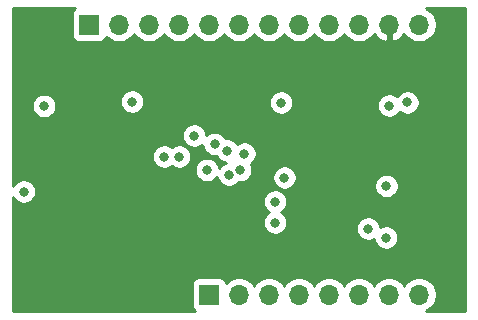
<source format=gbr>
%TF.GenerationSoftware,KiCad,Pcbnew,(5.1.10-1-10_14)*%
%TF.CreationDate,2021-12-17T20:44:53-05:00*%
%TF.ProjectId,Control_and_Output,436f6e74-726f-46c5-9f61-6e645f4f7574,rev?*%
%TF.SameCoordinates,Original*%
%TF.FileFunction,Copper,L3,Inr*%
%TF.FilePolarity,Positive*%
%FSLAX46Y46*%
G04 Gerber Fmt 4.6, Leading zero omitted, Abs format (unit mm)*
G04 Created by KiCad (PCBNEW (5.1.10-1-10_14)) date 2021-12-17 20:44:53*
%MOMM*%
%LPD*%
G01*
G04 APERTURE LIST*
%TA.AperFunction,ComponentPad*%
%ADD10R,1.700000X1.700000*%
%TD*%
%TA.AperFunction,ComponentPad*%
%ADD11O,1.700000X1.700000*%
%TD*%
%TA.AperFunction,ViaPad*%
%ADD12C,0.800000*%
%TD*%
%TA.AperFunction,Conductor*%
%ADD13C,0.254000*%
%TD*%
%TA.AperFunction,Conductor*%
%ADD14C,0.100000*%
%TD*%
G04 APERTURE END LIST*
D10*
%TO.N,~MUX_ROTATE_OUT*%
%TO.C,J4*%
X50800000Y-68072000D03*
D11*
%TO.N,~MUX_SHIFT_OUT*%
X53340000Y-68072000D03*
%TO.N,~MUX_XOR*%
X55880000Y-68072000D03*
%TO.N,~MUX_OR*%
X58420000Y-68072000D03*
%TO.N,~MUX_AND*%
X60960000Y-68072000D03*
%TO.N,EEPROM_0*%
X63500000Y-68072000D03*
%TO.N,EEPROM_1*%
X66040000Y-68072000D03*
%TO.N,EEPROM_2*%
X68580000Y-68072000D03*
%TO.N,EEPROM_6*%
X71120000Y-68072000D03*
%TO.N,EEPROM_7*%
X73660000Y-68072000D03*
%TO.N,GND*%
X76200000Y-68072000D03*
%TO.N,VCC*%
X78740000Y-68072000D03*
%TD*%
%TO.N,Q7*%
%TO.C,J3*%
X78740000Y-90932000D03*
%TO.N,Q6*%
X76200000Y-90932000D03*
%TO.N,Q5*%
X73660000Y-90932000D03*
%TO.N,Q4*%
X71120000Y-90932000D03*
%TO.N,Q3*%
X68580000Y-90932000D03*
%TO.N,Q2*%
X66040000Y-90932000D03*
%TO.N,Q1*%
X63500000Y-90932000D03*
D10*
%TO.N,Q0*%
X60960000Y-90932000D03*
%TD*%
D12*
%TO.N,Q7*%
X75946000Y-86106000D03*
%TO.N,Q6*%
X74422000Y-85344000D03*
%TO.N,Q5*%
X61426548Y-78158461D03*
%TO.N,Q4*%
X62484000Y-78740000D03*
%TO.N,Q3*%
X63945277Y-78996986D03*
%TO.N,Q2*%
X63573046Y-80396997D03*
%TO.N,Q1*%
X62646010Y-80772000D03*
%TO.N,Q0*%
X60775573Y-80366761D03*
%TO.N,VCC*%
X47001000Y-74941000D03*
X45273990Y-82203585D03*
X54438000Y-74594000D03*
X59690000Y-77470000D03*
X67056000Y-74676000D03*
X76200000Y-74930000D03*
X75965021Y-81732087D03*
X67332023Y-81026000D03*
%TO.N,GND*%
X45974000Y-81026000D03*
X59690000Y-81026000D03*
X81752000Y-79974000D03*
X73467990Y-81669559D03*
X52619768Y-81010268D03*
X65260023Y-80710010D03*
%TO.N,EEPROM_6*%
X57150000Y-79248000D03*
%TO.N,Net-(U1-Pad6)*%
X66548000Y-83058008D03*
X66548004Y-84836000D03*
%TO.N,Net-(U11-Pad19)*%
X77752000Y-74648000D03*
X58420000Y-79248000D03*
%TD*%
D13*
%TO.N,GND*%
X49498815Y-66770815D02*
X49419463Y-66867506D01*
X49360498Y-66977820D01*
X49324188Y-67097518D01*
X49311928Y-67222000D01*
X49311928Y-68922000D01*
X49324188Y-69046482D01*
X49360498Y-69166180D01*
X49419463Y-69276494D01*
X49498815Y-69373185D01*
X49595506Y-69452537D01*
X49705820Y-69511502D01*
X49825518Y-69547812D01*
X49950000Y-69560072D01*
X51650000Y-69560072D01*
X51774482Y-69547812D01*
X51894180Y-69511502D01*
X52004494Y-69452537D01*
X52101185Y-69373185D01*
X52180537Y-69276494D01*
X52239502Y-69166180D01*
X52261513Y-69093620D01*
X52393368Y-69225475D01*
X52636589Y-69387990D01*
X52906842Y-69499932D01*
X53193740Y-69557000D01*
X53486260Y-69557000D01*
X53773158Y-69499932D01*
X54043411Y-69387990D01*
X54286632Y-69225475D01*
X54493475Y-69018632D01*
X54610000Y-68844240D01*
X54726525Y-69018632D01*
X54933368Y-69225475D01*
X55176589Y-69387990D01*
X55446842Y-69499932D01*
X55733740Y-69557000D01*
X56026260Y-69557000D01*
X56313158Y-69499932D01*
X56583411Y-69387990D01*
X56826632Y-69225475D01*
X57033475Y-69018632D01*
X57150000Y-68844240D01*
X57266525Y-69018632D01*
X57473368Y-69225475D01*
X57716589Y-69387990D01*
X57986842Y-69499932D01*
X58273740Y-69557000D01*
X58566260Y-69557000D01*
X58853158Y-69499932D01*
X59123411Y-69387990D01*
X59366632Y-69225475D01*
X59573475Y-69018632D01*
X59690000Y-68844240D01*
X59806525Y-69018632D01*
X60013368Y-69225475D01*
X60256589Y-69387990D01*
X60526842Y-69499932D01*
X60813740Y-69557000D01*
X61106260Y-69557000D01*
X61393158Y-69499932D01*
X61663411Y-69387990D01*
X61906632Y-69225475D01*
X62113475Y-69018632D01*
X62230000Y-68844240D01*
X62346525Y-69018632D01*
X62553368Y-69225475D01*
X62796589Y-69387990D01*
X63066842Y-69499932D01*
X63353740Y-69557000D01*
X63646260Y-69557000D01*
X63933158Y-69499932D01*
X64203411Y-69387990D01*
X64446632Y-69225475D01*
X64653475Y-69018632D01*
X64770000Y-68844240D01*
X64886525Y-69018632D01*
X65093368Y-69225475D01*
X65336589Y-69387990D01*
X65606842Y-69499932D01*
X65893740Y-69557000D01*
X66186260Y-69557000D01*
X66473158Y-69499932D01*
X66743411Y-69387990D01*
X66986632Y-69225475D01*
X67193475Y-69018632D01*
X67310000Y-68844240D01*
X67426525Y-69018632D01*
X67633368Y-69225475D01*
X67876589Y-69387990D01*
X68146842Y-69499932D01*
X68433740Y-69557000D01*
X68726260Y-69557000D01*
X69013158Y-69499932D01*
X69283411Y-69387990D01*
X69526632Y-69225475D01*
X69733475Y-69018632D01*
X69850000Y-68844240D01*
X69966525Y-69018632D01*
X70173368Y-69225475D01*
X70416589Y-69387990D01*
X70686842Y-69499932D01*
X70973740Y-69557000D01*
X71266260Y-69557000D01*
X71553158Y-69499932D01*
X71823411Y-69387990D01*
X72066632Y-69225475D01*
X72273475Y-69018632D01*
X72390000Y-68844240D01*
X72506525Y-69018632D01*
X72713368Y-69225475D01*
X72956589Y-69387990D01*
X73226842Y-69499932D01*
X73513740Y-69557000D01*
X73806260Y-69557000D01*
X74093158Y-69499932D01*
X74363411Y-69387990D01*
X74606632Y-69225475D01*
X74813475Y-69018632D01*
X74935195Y-68836466D01*
X75004822Y-68953355D01*
X75199731Y-69169588D01*
X75433080Y-69343641D01*
X75695901Y-69468825D01*
X75843110Y-69513476D01*
X76073000Y-69392155D01*
X76073000Y-68199000D01*
X76053000Y-68199000D01*
X76053000Y-67945000D01*
X76073000Y-67945000D01*
X76073000Y-67925000D01*
X76327000Y-67925000D01*
X76327000Y-67945000D01*
X76347000Y-67945000D01*
X76347000Y-68199000D01*
X76327000Y-68199000D01*
X76327000Y-69392155D01*
X76556890Y-69513476D01*
X76704099Y-69468825D01*
X76966920Y-69343641D01*
X77200269Y-69169588D01*
X77395178Y-68953355D01*
X77464805Y-68836466D01*
X77586525Y-69018632D01*
X77793368Y-69225475D01*
X78036589Y-69387990D01*
X78306842Y-69499932D01*
X78593740Y-69557000D01*
X78886260Y-69557000D01*
X79173158Y-69499932D01*
X79443411Y-69387990D01*
X79686632Y-69225475D01*
X79893475Y-69018632D01*
X80055990Y-68775411D01*
X80167932Y-68505158D01*
X80225000Y-68218260D01*
X80225000Y-67925740D01*
X80167932Y-67638842D01*
X80055990Y-67368589D01*
X79893475Y-67125368D01*
X79686632Y-66918525D01*
X79443411Y-66756010D01*
X79308190Y-66700000D01*
X82652000Y-66700000D01*
X82652001Y-92304000D01*
X79308190Y-92304000D01*
X79443411Y-92247990D01*
X79686632Y-92085475D01*
X79893475Y-91878632D01*
X80055990Y-91635411D01*
X80167932Y-91365158D01*
X80225000Y-91078260D01*
X80225000Y-90785740D01*
X80167932Y-90498842D01*
X80055990Y-90228589D01*
X79893475Y-89985368D01*
X79686632Y-89778525D01*
X79443411Y-89616010D01*
X79173158Y-89504068D01*
X78886260Y-89447000D01*
X78593740Y-89447000D01*
X78306842Y-89504068D01*
X78036589Y-89616010D01*
X77793368Y-89778525D01*
X77586525Y-89985368D01*
X77470000Y-90159760D01*
X77353475Y-89985368D01*
X77146632Y-89778525D01*
X76903411Y-89616010D01*
X76633158Y-89504068D01*
X76346260Y-89447000D01*
X76053740Y-89447000D01*
X75766842Y-89504068D01*
X75496589Y-89616010D01*
X75253368Y-89778525D01*
X75046525Y-89985368D01*
X74930000Y-90159760D01*
X74813475Y-89985368D01*
X74606632Y-89778525D01*
X74363411Y-89616010D01*
X74093158Y-89504068D01*
X73806260Y-89447000D01*
X73513740Y-89447000D01*
X73226842Y-89504068D01*
X72956589Y-89616010D01*
X72713368Y-89778525D01*
X72506525Y-89985368D01*
X72390000Y-90159760D01*
X72273475Y-89985368D01*
X72066632Y-89778525D01*
X71823411Y-89616010D01*
X71553158Y-89504068D01*
X71266260Y-89447000D01*
X70973740Y-89447000D01*
X70686842Y-89504068D01*
X70416589Y-89616010D01*
X70173368Y-89778525D01*
X69966525Y-89985368D01*
X69850000Y-90159760D01*
X69733475Y-89985368D01*
X69526632Y-89778525D01*
X69283411Y-89616010D01*
X69013158Y-89504068D01*
X68726260Y-89447000D01*
X68433740Y-89447000D01*
X68146842Y-89504068D01*
X67876589Y-89616010D01*
X67633368Y-89778525D01*
X67426525Y-89985368D01*
X67310000Y-90159760D01*
X67193475Y-89985368D01*
X66986632Y-89778525D01*
X66743411Y-89616010D01*
X66473158Y-89504068D01*
X66186260Y-89447000D01*
X65893740Y-89447000D01*
X65606842Y-89504068D01*
X65336589Y-89616010D01*
X65093368Y-89778525D01*
X64886525Y-89985368D01*
X64770000Y-90159760D01*
X64653475Y-89985368D01*
X64446632Y-89778525D01*
X64203411Y-89616010D01*
X63933158Y-89504068D01*
X63646260Y-89447000D01*
X63353740Y-89447000D01*
X63066842Y-89504068D01*
X62796589Y-89616010D01*
X62553368Y-89778525D01*
X62421513Y-89910380D01*
X62399502Y-89837820D01*
X62340537Y-89727506D01*
X62261185Y-89630815D01*
X62164494Y-89551463D01*
X62054180Y-89492498D01*
X61934482Y-89456188D01*
X61810000Y-89443928D01*
X60110000Y-89443928D01*
X59985518Y-89456188D01*
X59865820Y-89492498D01*
X59755506Y-89551463D01*
X59658815Y-89630815D01*
X59579463Y-89727506D01*
X59520498Y-89837820D01*
X59484188Y-89957518D01*
X59471928Y-90082000D01*
X59471928Y-91782000D01*
X59484188Y-91906482D01*
X59520498Y-92026180D01*
X59579463Y-92136494D01*
X59658815Y-92233185D01*
X59745104Y-92304000D01*
X44348000Y-92304000D01*
X44348000Y-82672632D01*
X44356785Y-82693841D01*
X44470053Y-82863359D01*
X44614216Y-83007522D01*
X44783734Y-83120790D01*
X44972092Y-83198811D01*
X45172051Y-83238585D01*
X45375929Y-83238585D01*
X45575888Y-83198811D01*
X45764246Y-83120790D01*
X45933764Y-83007522D01*
X45985217Y-82956069D01*
X65513000Y-82956069D01*
X65513000Y-83159947D01*
X65552774Y-83359906D01*
X65630795Y-83548264D01*
X65744063Y-83717782D01*
X65888226Y-83861945D01*
X66015528Y-83947005D01*
X65888230Y-84032063D01*
X65744067Y-84176226D01*
X65630799Y-84345744D01*
X65552778Y-84534102D01*
X65513004Y-84734061D01*
X65513004Y-84937939D01*
X65552778Y-85137898D01*
X65630799Y-85326256D01*
X65744067Y-85495774D01*
X65888230Y-85639937D01*
X66057748Y-85753205D01*
X66246106Y-85831226D01*
X66446065Y-85871000D01*
X66649943Y-85871000D01*
X66849902Y-85831226D01*
X67038260Y-85753205D01*
X67207778Y-85639937D01*
X67351941Y-85495774D01*
X67465209Y-85326256D01*
X67500083Y-85242061D01*
X73387000Y-85242061D01*
X73387000Y-85445939D01*
X73426774Y-85645898D01*
X73504795Y-85834256D01*
X73618063Y-86003774D01*
X73762226Y-86147937D01*
X73931744Y-86261205D01*
X74120102Y-86339226D01*
X74320061Y-86379000D01*
X74523939Y-86379000D01*
X74723898Y-86339226D01*
X74912256Y-86261205D01*
X74920500Y-86255697D01*
X74950774Y-86407898D01*
X75028795Y-86596256D01*
X75142063Y-86765774D01*
X75286226Y-86909937D01*
X75455744Y-87023205D01*
X75644102Y-87101226D01*
X75844061Y-87141000D01*
X76047939Y-87141000D01*
X76247898Y-87101226D01*
X76436256Y-87023205D01*
X76605774Y-86909937D01*
X76749937Y-86765774D01*
X76863205Y-86596256D01*
X76941226Y-86407898D01*
X76981000Y-86207939D01*
X76981000Y-86004061D01*
X76941226Y-85804102D01*
X76863205Y-85615744D01*
X76749937Y-85446226D01*
X76605774Y-85302063D01*
X76436256Y-85188795D01*
X76247898Y-85110774D01*
X76047939Y-85071000D01*
X75844061Y-85071000D01*
X75644102Y-85110774D01*
X75455744Y-85188795D01*
X75447500Y-85194303D01*
X75417226Y-85042102D01*
X75339205Y-84853744D01*
X75225937Y-84684226D01*
X75081774Y-84540063D01*
X74912256Y-84426795D01*
X74723898Y-84348774D01*
X74523939Y-84309000D01*
X74320061Y-84309000D01*
X74120102Y-84348774D01*
X73931744Y-84426795D01*
X73762226Y-84540063D01*
X73618063Y-84684226D01*
X73504795Y-84853744D01*
X73426774Y-85042102D01*
X73387000Y-85242061D01*
X67500083Y-85242061D01*
X67543230Y-85137898D01*
X67583004Y-84937939D01*
X67583004Y-84734061D01*
X67543230Y-84534102D01*
X67465209Y-84345744D01*
X67351941Y-84176226D01*
X67207778Y-84032063D01*
X67080476Y-83947003D01*
X67207774Y-83861945D01*
X67351937Y-83717782D01*
X67465205Y-83548264D01*
X67543226Y-83359906D01*
X67583000Y-83159947D01*
X67583000Y-82956069D01*
X67543226Y-82756110D01*
X67465205Y-82567752D01*
X67351937Y-82398234D01*
X67207774Y-82254071D01*
X67038256Y-82140803D01*
X66849898Y-82062782D01*
X66649939Y-82023008D01*
X66446061Y-82023008D01*
X66246102Y-82062782D01*
X66057744Y-82140803D01*
X65888226Y-82254071D01*
X65744063Y-82398234D01*
X65630795Y-82567752D01*
X65552774Y-82756110D01*
X65513000Y-82956069D01*
X45985217Y-82956069D01*
X46077927Y-82863359D01*
X46191195Y-82693841D01*
X46269216Y-82505483D01*
X46308990Y-82305524D01*
X46308990Y-82101646D01*
X46269216Y-81901687D01*
X46191195Y-81713329D01*
X46077927Y-81543811D01*
X45933764Y-81399648D01*
X45764246Y-81286380D01*
X45575888Y-81208359D01*
X45375929Y-81168585D01*
X45172051Y-81168585D01*
X44972092Y-81208359D01*
X44783734Y-81286380D01*
X44614216Y-81399648D01*
X44470053Y-81543811D01*
X44356785Y-81713329D01*
X44348000Y-81734538D01*
X44348000Y-79146061D01*
X56115000Y-79146061D01*
X56115000Y-79349939D01*
X56154774Y-79549898D01*
X56232795Y-79738256D01*
X56346063Y-79907774D01*
X56490226Y-80051937D01*
X56659744Y-80165205D01*
X56848102Y-80243226D01*
X57048061Y-80283000D01*
X57251939Y-80283000D01*
X57451898Y-80243226D01*
X57640256Y-80165205D01*
X57785000Y-80068490D01*
X57929744Y-80165205D01*
X58118102Y-80243226D01*
X58318061Y-80283000D01*
X58521939Y-80283000D01*
X58721898Y-80243226D01*
X58910256Y-80165205D01*
X59079774Y-80051937D01*
X59223937Y-79907774D01*
X59337205Y-79738256D01*
X59415226Y-79549898D01*
X59455000Y-79349939D01*
X59455000Y-79146061D01*
X59415226Y-78946102D01*
X59337205Y-78757744D01*
X59223937Y-78588226D01*
X59079774Y-78444063D01*
X58910256Y-78330795D01*
X58721898Y-78252774D01*
X58521939Y-78213000D01*
X58318061Y-78213000D01*
X58118102Y-78252774D01*
X57929744Y-78330795D01*
X57785000Y-78427510D01*
X57640256Y-78330795D01*
X57451898Y-78252774D01*
X57251939Y-78213000D01*
X57048061Y-78213000D01*
X56848102Y-78252774D01*
X56659744Y-78330795D01*
X56490226Y-78444063D01*
X56346063Y-78588226D01*
X56232795Y-78757744D01*
X56154774Y-78946102D01*
X56115000Y-79146061D01*
X44348000Y-79146061D01*
X44348000Y-77368061D01*
X58655000Y-77368061D01*
X58655000Y-77571939D01*
X58694774Y-77771898D01*
X58772795Y-77960256D01*
X58886063Y-78129774D01*
X59030226Y-78273937D01*
X59199744Y-78387205D01*
X59388102Y-78465226D01*
X59588061Y-78505000D01*
X59791939Y-78505000D01*
X59991898Y-78465226D01*
X60180256Y-78387205D01*
X60349774Y-78273937D01*
X60391548Y-78232163D01*
X60391548Y-78260400D01*
X60431322Y-78460359D01*
X60509343Y-78648717D01*
X60622611Y-78818235D01*
X60766774Y-78962398D01*
X60936292Y-79075666D01*
X61124650Y-79153687D01*
X61324609Y-79193461D01*
X61528487Y-79193461D01*
X61549798Y-79189222D01*
X61566795Y-79230256D01*
X61680063Y-79399774D01*
X61824226Y-79543937D01*
X61993744Y-79657205D01*
X62182102Y-79735226D01*
X62367546Y-79772113D01*
X62344112Y-79776774D01*
X62155754Y-79854795D01*
X61986236Y-79968063D01*
X61842073Y-80112226D01*
X61794409Y-80183560D01*
X61770799Y-80064863D01*
X61692778Y-79876505D01*
X61579510Y-79706987D01*
X61435347Y-79562824D01*
X61265829Y-79449556D01*
X61077471Y-79371535D01*
X60877512Y-79331761D01*
X60673634Y-79331761D01*
X60473675Y-79371535D01*
X60285317Y-79449556D01*
X60115799Y-79562824D01*
X59971636Y-79706987D01*
X59858368Y-79876505D01*
X59780347Y-80064863D01*
X59740573Y-80264822D01*
X59740573Y-80468700D01*
X59780347Y-80668659D01*
X59858368Y-80857017D01*
X59971636Y-81026535D01*
X60115799Y-81170698D01*
X60285317Y-81283966D01*
X60473675Y-81361987D01*
X60673634Y-81401761D01*
X60877512Y-81401761D01*
X61077471Y-81361987D01*
X61265829Y-81283966D01*
X61435347Y-81170698D01*
X61579510Y-81026535D01*
X61627174Y-80955201D01*
X61650784Y-81073898D01*
X61728805Y-81262256D01*
X61842073Y-81431774D01*
X61986236Y-81575937D01*
X62155754Y-81689205D01*
X62344112Y-81767226D01*
X62544071Y-81807000D01*
X62747949Y-81807000D01*
X62947908Y-81767226D01*
X63136266Y-81689205D01*
X63305784Y-81575937D01*
X63449947Y-81431774D01*
X63452298Y-81428256D01*
X63471107Y-81431997D01*
X63674985Y-81431997D01*
X63874944Y-81392223D01*
X64063302Y-81314202D01*
X64232820Y-81200934D01*
X64376983Y-81056771D01*
X64465656Y-80924061D01*
X66297023Y-80924061D01*
X66297023Y-81127939D01*
X66336797Y-81327898D01*
X66414818Y-81516256D01*
X66528086Y-81685774D01*
X66672249Y-81829937D01*
X66841767Y-81943205D01*
X67030125Y-82021226D01*
X67230084Y-82061000D01*
X67433962Y-82061000D01*
X67633921Y-82021226D01*
X67822279Y-81943205D01*
X67991797Y-81829937D01*
X68135960Y-81685774D01*
X68173128Y-81630148D01*
X74930021Y-81630148D01*
X74930021Y-81834026D01*
X74969795Y-82033985D01*
X75047816Y-82222343D01*
X75161084Y-82391861D01*
X75305247Y-82536024D01*
X75474765Y-82649292D01*
X75663123Y-82727313D01*
X75863082Y-82767087D01*
X76066960Y-82767087D01*
X76266919Y-82727313D01*
X76455277Y-82649292D01*
X76624795Y-82536024D01*
X76768958Y-82391861D01*
X76882226Y-82222343D01*
X76960247Y-82033985D01*
X77000021Y-81834026D01*
X77000021Y-81630148D01*
X76960247Y-81430189D01*
X76882226Y-81241831D01*
X76768958Y-81072313D01*
X76624795Y-80928150D01*
X76455277Y-80814882D01*
X76266919Y-80736861D01*
X76066960Y-80697087D01*
X75863082Y-80697087D01*
X75663123Y-80736861D01*
X75474765Y-80814882D01*
X75305247Y-80928150D01*
X75161084Y-81072313D01*
X75047816Y-81241831D01*
X74969795Y-81430189D01*
X74930021Y-81630148D01*
X68173128Y-81630148D01*
X68249228Y-81516256D01*
X68327249Y-81327898D01*
X68367023Y-81127939D01*
X68367023Y-80924061D01*
X68327249Y-80724102D01*
X68249228Y-80535744D01*
X68135960Y-80366226D01*
X67991797Y-80222063D01*
X67822279Y-80108795D01*
X67633921Y-80030774D01*
X67433962Y-79991000D01*
X67230084Y-79991000D01*
X67030125Y-80030774D01*
X66841767Y-80108795D01*
X66672249Y-80222063D01*
X66528086Y-80366226D01*
X66414818Y-80535744D01*
X66336797Y-80724102D01*
X66297023Y-80924061D01*
X64465656Y-80924061D01*
X64490251Y-80887253D01*
X64568272Y-80698895D01*
X64608046Y-80498936D01*
X64608046Y-80295058D01*
X64568272Y-80095099D01*
X64490251Y-79906741D01*
X64476803Y-79886615D01*
X64605051Y-79800923D01*
X64749214Y-79656760D01*
X64862482Y-79487242D01*
X64940503Y-79298884D01*
X64980277Y-79098925D01*
X64980277Y-78895047D01*
X64940503Y-78695088D01*
X64862482Y-78506730D01*
X64749214Y-78337212D01*
X64605051Y-78193049D01*
X64435533Y-78079781D01*
X64247175Y-78001760D01*
X64047216Y-77961986D01*
X63843338Y-77961986D01*
X63643379Y-78001760D01*
X63455021Y-78079781D01*
X63339303Y-78157101D01*
X63287937Y-78080226D01*
X63143774Y-77936063D01*
X62974256Y-77822795D01*
X62785898Y-77744774D01*
X62585939Y-77705000D01*
X62382061Y-77705000D01*
X62360750Y-77709239D01*
X62343753Y-77668205D01*
X62230485Y-77498687D01*
X62086322Y-77354524D01*
X61916804Y-77241256D01*
X61728446Y-77163235D01*
X61528487Y-77123461D01*
X61324609Y-77123461D01*
X61124650Y-77163235D01*
X60936292Y-77241256D01*
X60766774Y-77354524D01*
X60725000Y-77396298D01*
X60725000Y-77368061D01*
X60685226Y-77168102D01*
X60607205Y-76979744D01*
X60493937Y-76810226D01*
X60349774Y-76666063D01*
X60180256Y-76552795D01*
X59991898Y-76474774D01*
X59791939Y-76435000D01*
X59588061Y-76435000D01*
X59388102Y-76474774D01*
X59199744Y-76552795D01*
X59030226Y-76666063D01*
X58886063Y-76810226D01*
X58772795Y-76979744D01*
X58694774Y-77168102D01*
X58655000Y-77368061D01*
X44348000Y-77368061D01*
X44348000Y-74839061D01*
X45966000Y-74839061D01*
X45966000Y-75042939D01*
X46005774Y-75242898D01*
X46083795Y-75431256D01*
X46197063Y-75600774D01*
X46341226Y-75744937D01*
X46510744Y-75858205D01*
X46699102Y-75936226D01*
X46899061Y-75976000D01*
X47102939Y-75976000D01*
X47302898Y-75936226D01*
X47491256Y-75858205D01*
X47660774Y-75744937D01*
X47804937Y-75600774D01*
X47918205Y-75431256D01*
X47996226Y-75242898D01*
X48036000Y-75042939D01*
X48036000Y-74839061D01*
X47996226Y-74639102D01*
X47935320Y-74492061D01*
X53403000Y-74492061D01*
X53403000Y-74695939D01*
X53442774Y-74895898D01*
X53520795Y-75084256D01*
X53634063Y-75253774D01*
X53778226Y-75397937D01*
X53947744Y-75511205D01*
X54136102Y-75589226D01*
X54336061Y-75629000D01*
X54539939Y-75629000D01*
X54739898Y-75589226D01*
X54928256Y-75511205D01*
X55097774Y-75397937D01*
X55241937Y-75253774D01*
X55355205Y-75084256D01*
X55433226Y-74895898D01*
X55473000Y-74695939D01*
X55473000Y-74574061D01*
X66021000Y-74574061D01*
X66021000Y-74777939D01*
X66060774Y-74977898D01*
X66138795Y-75166256D01*
X66252063Y-75335774D01*
X66396226Y-75479937D01*
X66565744Y-75593205D01*
X66754102Y-75671226D01*
X66954061Y-75711000D01*
X67157939Y-75711000D01*
X67357898Y-75671226D01*
X67546256Y-75593205D01*
X67715774Y-75479937D01*
X67859937Y-75335774D01*
X67973205Y-75166256D01*
X68051226Y-74977898D01*
X68081030Y-74828061D01*
X75165000Y-74828061D01*
X75165000Y-75031939D01*
X75204774Y-75231898D01*
X75282795Y-75420256D01*
X75396063Y-75589774D01*
X75540226Y-75733937D01*
X75709744Y-75847205D01*
X75898102Y-75925226D01*
X76098061Y-75965000D01*
X76301939Y-75965000D01*
X76501898Y-75925226D01*
X76690256Y-75847205D01*
X76859774Y-75733937D01*
X77003937Y-75589774D01*
X77094860Y-75453697D01*
X77261744Y-75565205D01*
X77450102Y-75643226D01*
X77650061Y-75683000D01*
X77853939Y-75683000D01*
X78053898Y-75643226D01*
X78242256Y-75565205D01*
X78411774Y-75451937D01*
X78555937Y-75307774D01*
X78669205Y-75138256D01*
X78747226Y-74949898D01*
X78787000Y-74749939D01*
X78787000Y-74546061D01*
X78747226Y-74346102D01*
X78669205Y-74157744D01*
X78555937Y-73988226D01*
X78411774Y-73844063D01*
X78242256Y-73730795D01*
X78053898Y-73652774D01*
X77853939Y-73613000D01*
X77650061Y-73613000D01*
X77450102Y-73652774D01*
X77261744Y-73730795D01*
X77092226Y-73844063D01*
X76948063Y-73988226D01*
X76857140Y-74124303D01*
X76690256Y-74012795D01*
X76501898Y-73934774D01*
X76301939Y-73895000D01*
X76098061Y-73895000D01*
X75898102Y-73934774D01*
X75709744Y-74012795D01*
X75540226Y-74126063D01*
X75396063Y-74270226D01*
X75282795Y-74439744D01*
X75204774Y-74628102D01*
X75165000Y-74828061D01*
X68081030Y-74828061D01*
X68091000Y-74777939D01*
X68091000Y-74574061D01*
X68051226Y-74374102D01*
X67973205Y-74185744D01*
X67859937Y-74016226D01*
X67715774Y-73872063D01*
X67546256Y-73758795D01*
X67357898Y-73680774D01*
X67157939Y-73641000D01*
X66954061Y-73641000D01*
X66754102Y-73680774D01*
X66565744Y-73758795D01*
X66396226Y-73872063D01*
X66252063Y-74016226D01*
X66138795Y-74185744D01*
X66060774Y-74374102D01*
X66021000Y-74574061D01*
X55473000Y-74574061D01*
X55473000Y-74492061D01*
X55433226Y-74292102D01*
X55355205Y-74103744D01*
X55241937Y-73934226D01*
X55097774Y-73790063D01*
X54928256Y-73676795D01*
X54739898Y-73598774D01*
X54539939Y-73559000D01*
X54336061Y-73559000D01*
X54136102Y-73598774D01*
X53947744Y-73676795D01*
X53778226Y-73790063D01*
X53634063Y-73934226D01*
X53520795Y-74103744D01*
X53442774Y-74292102D01*
X53403000Y-74492061D01*
X47935320Y-74492061D01*
X47918205Y-74450744D01*
X47804937Y-74281226D01*
X47660774Y-74137063D01*
X47491256Y-74023795D01*
X47302898Y-73945774D01*
X47102939Y-73906000D01*
X46899061Y-73906000D01*
X46699102Y-73945774D01*
X46510744Y-74023795D01*
X46341226Y-74137063D01*
X46197063Y-74281226D01*
X46083795Y-74450744D01*
X46005774Y-74639102D01*
X45966000Y-74839061D01*
X44348000Y-74839061D01*
X44348000Y-66700000D01*
X49585104Y-66700000D01*
X49498815Y-66770815D01*
%TA.AperFunction,Conductor*%
D14*
G36*
X49498815Y-66770815D02*
G01*
X49419463Y-66867506D01*
X49360498Y-66977820D01*
X49324188Y-67097518D01*
X49311928Y-67222000D01*
X49311928Y-68922000D01*
X49324188Y-69046482D01*
X49360498Y-69166180D01*
X49419463Y-69276494D01*
X49498815Y-69373185D01*
X49595506Y-69452537D01*
X49705820Y-69511502D01*
X49825518Y-69547812D01*
X49950000Y-69560072D01*
X51650000Y-69560072D01*
X51774482Y-69547812D01*
X51894180Y-69511502D01*
X52004494Y-69452537D01*
X52101185Y-69373185D01*
X52180537Y-69276494D01*
X52239502Y-69166180D01*
X52261513Y-69093620D01*
X52393368Y-69225475D01*
X52636589Y-69387990D01*
X52906842Y-69499932D01*
X53193740Y-69557000D01*
X53486260Y-69557000D01*
X53773158Y-69499932D01*
X54043411Y-69387990D01*
X54286632Y-69225475D01*
X54493475Y-69018632D01*
X54610000Y-68844240D01*
X54726525Y-69018632D01*
X54933368Y-69225475D01*
X55176589Y-69387990D01*
X55446842Y-69499932D01*
X55733740Y-69557000D01*
X56026260Y-69557000D01*
X56313158Y-69499932D01*
X56583411Y-69387990D01*
X56826632Y-69225475D01*
X57033475Y-69018632D01*
X57150000Y-68844240D01*
X57266525Y-69018632D01*
X57473368Y-69225475D01*
X57716589Y-69387990D01*
X57986842Y-69499932D01*
X58273740Y-69557000D01*
X58566260Y-69557000D01*
X58853158Y-69499932D01*
X59123411Y-69387990D01*
X59366632Y-69225475D01*
X59573475Y-69018632D01*
X59690000Y-68844240D01*
X59806525Y-69018632D01*
X60013368Y-69225475D01*
X60256589Y-69387990D01*
X60526842Y-69499932D01*
X60813740Y-69557000D01*
X61106260Y-69557000D01*
X61393158Y-69499932D01*
X61663411Y-69387990D01*
X61906632Y-69225475D01*
X62113475Y-69018632D01*
X62230000Y-68844240D01*
X62346525Y-69018632D01*
X62553368Y-69225475D01*
X62796589Y-69387990D01*
X63066842Y-69499932D01*
X63353740Y-69557000D01*
X63646260Y-69557000D01*
X63933158Y-69499932D01*
X64203411Y-69387990D01*
X64446632Y-69225475D01*
X64653475Y-69018632D01*
X64770000Y-68844240D01*
X64886525Y-69018632D01*
X65093368Y-69225475D01*
X65336589Y-69387990D01*
X65606842Y-69499932D01*
X65893740Y-69557000D01*
X66186260Y-69557000D01*
X66473158Y-69499932D01*
X66743411Y-69387990D01*
X66986632Y-69225475D01*
X67193475Y-69018632D01*
X67310000Y-68844240D01*
X67426525Y-69018632D01*
X67633368Y-69225475D01*
X67876589Y-69387990D01*
X68146842Y-69499932D01*
X68433740Y-69557000D01*
X68726260Y-69557000D01*
X69013158Y-69499932D01*
X69283411Y-69387990D01*
X69526632Y-69225475D01*
X69733475Y-69018632D01*
X69850000Y-68844240D01*
X69966525Y-69018632D01*
X70173368Y-69225475D01*
X70416589Y-69387990D01*
X70686842Y-69499932D01*
X70973740Y-69557000D01*
X71266260Y-69557000D01*
X71553158Y-69499932D01*
X71823411Y-69387990D01*
X72066632Y-69225475D01*
X72273475Y-69018632D01*
X72390000Y-68844240D01*
X72506525Y-69018632D01*
X72713368Y-69225475D01*
X72956589Y-69387990D01*
X73226842Y-69499932D01*
X73513740Y-69557000D01*
X73806260Y-69557000D01*
X74093158Y-69499932D01*
X74363411Y-69387990D01*
X74606632Y-69225475D01*
X74813475Y-69018632D01*
X74935195Y-68836466D01*
X75004822Y-68953355D01*
X75199731Y-69169588D01*
X75433080Y-69343641D01*
X75695901Y-69468825D01*
X75843110Y-69513476D01*
X76073000Y-69392155D01*
X76073000Y-68199000D01*
X76053000Y-68199000D01*
X76053000Y-67945000D01*
X76073000Y-67945000D01*
X76073000Y-67925000D01*
X76327000Y-67925000D01*
X76327000Y-67945000D01*
X76347000Y-67945000D01*
X76347000Y-68199000D01*
X76327000Y-68199000D01*
X76327000Y-69392155D01*
X76556890Y-69513476D01*
X76704099Y-69468825D01*
X76966920Y-69343641D01*
X77200269Y-69169588D01*
X77395178Y-68953355D01*
X77464805Y-68836466D01*
X77586525Y-69018632D01*
X77793368Y-69225475D01*
X78036589Y-69387990D01*
X78306842Y-69499932D01*
X78593740Y-69557000D01*
X78886260Y-69557000D01*
X79173158Y-69499932D01*
X79443411Y-69387990D01*
X79686632Y-69225475D01*
X79893475Y-69018632D01*
X80055990Y-68775411D01*
X80167932Y-68505158D01*
X80225000Y-68218260D01*
X80225000Y-67925740D01*
X80167932Y-67638842D01*
X80055990Y-67368589D01*
X79893475Y-67125368D01*
X79686632Y-66918525D01*
X79443411Y-66756010D01*
X79308190Y-66700000D01*
X82652000Y-66700000D01*
X82652001Y-92304000D01*
X79308190Y-92304000D01*
X79443411Y-92247990D01*
X79686632Y-92085475D01*
X79893475Y-91878632D01*
X80055990Y-91635411D01*
X80167932Y-91365158D01*
X80225000Y-91078260D01*
X80225000Y-90785740D01*
X80167932Y-90498842D01*
X80055990Y-90228589D01*
X79893475Y-89985368D01*
X79686632Y-89778525D01*
X79443411Y-89616010D01*
X79173158Y-89504068D01*
X78886260Y-89447000D01*
X78593740Y-89447000D01*
X78306842Y-89504068D01*
X78036589Y-89616010D01*
X77793368Y-89778525D01*
X77586525Y-89985368D01*
X77470000Y-90159760D01*
X77353475Y-89985368D01*
X77146632Y-89778525D01*
X76903411Y-89616010D01*
X76633158Y-89504068D01*
X76346260Y-89447000D01*
X76053740Y-89447000D01*
X75766842Y-89504068D01*
X75496589Y-89616010D01*
X75253368Y-89778525D01*
X75046525Y-89985368D01*
X74930000Y-90159760D01*
X74813475Y-89985368D01*
X74606632Y-89778525D01*
X74363411Y-89616010D01*
X74093158Y-89504068D01*
X73806260Y-89447000D01*
X73513740Y-89447000D01*
X73226842Y-89504068D01*
X72956589Y-89616010D01*
X72713368Y-89778525D01*
X72506525Y-89985368D01*
X72390000Y-90159760D01*
X72273475Y-89985368D01*
X72066632Y-89778525D01*
X71823411Y-89616010D01*
X71553158Y-89504068D01*
X71266260Y-89447000D01*
X70973740Y-89447000D01*
X70686842Y-89504068D01*
X70416589Y-89616010D01*
X70173368Y-89778525D01*
X69966525Y-89985368D01*
X69850000Y-90159760D01*
X69733475Y-89985368D01*
X69526632Y-89778525D01*
X69283411Y-89616010D01*
X69013158Y-89504068D01*
X68726260Y-89447000D01*
X68433740Y-89447000D01*
X68146842Y-89504068D01*
X67876589Y-89616010D01*
X67633368Y-89778525D01*
X67426525Y-89985368D01*
X67310000Y-90159760D01*
X67193475Y-89985368D01*
X66986632Y-89778525D01*
X66743411Y-89616010D01*
X66473158Y-89504068D01*
X66186260Y-89447000D01*
X65893740Y-89447000D01*
X65606842Y-89504068D01*
X65336589Y-89616010D01*
X65093368Y-89778525D01*
X64886525Y-89985368D01*
X64770000Y-90159760D01*
X64653475Y-89985368D01*
X64446632Y-89778525D01*
X64203411Y-89616010D01*
X63933158Y-89504068D01*
X63646260Y-89447000D01*
X63353740Y-89447000D01*
X63066842Y-89504068D01*
X62796589Y-89616010D01*
X62553368Y-89778525D01*
X62421513Y-89910380D01*
X62399502Y-89837820D01*
X62340537Y-89727506D01*
X62261185Y-89630815D01*
X62164494Y-89551463D01*
X62054180Y-89492498D01*
X61934482Y-89456188D01*
X61810000Y-89443928D01*
X60110000Y-89443928D01*
X59985518Y-89456188D01*
X59865820Y-89492498D01*
X59755506Y-89551463D01*
X59658815Y-89630815D01*
X59579463Y-89727506D01*
X59520498Y-89837820D01*
X59484188Y-89957518D01*
X59471928Y-90082000D01*
X59471928Y-91782000D01*
X59484188Y-91906482D01*
X59520498Y-92026180D01*
X59579463Y-92136494D01*
X59658815Y-92233185D01*
X59745104Y-92304000D01*
X44348000Y-92304000D01*
X44348000Y-82672632D01*
X44356785Y-82693841D01*
X44470053Y-82863359D01*
X44614216Y-83007522D01*
X44783734Y-83120790D01*
X44972092Y-83198811D01*
X45172051Y-83238585D01*
X45375929Y-83238585D01*
X45575888Y-83198811D01*
X45764246Y-83120790D01*
X45933764Y-83007522D01*
X45985217Y-82956069D01*
X65513000Y-82956069D01*
X65513000Y-83159947D01*
X65552774Y-83359906D01*
X65630795Y-83548264D01*
X65744063Y-83717782D01*
X65888226Y-83861945D01*
X66015528Y-83947005D01*
X65888230Y-84032063D01*
X65744067Y-84176226D01*
X65630799Y-84345744D01*
X65552778Y-84534102D01*
X65513004Y-84734061D01*
X65513004Y-84937939D01*
X65552778Y-85137898D01*
X65630799Y-85326256D01*
X65744067Y-85495774D01*
X65888230Y-85639937D01*
X66057748Y-85753205D01*
X66246106Y-85831226D01*
X66446065Y-85871000D01*
X66649943Y-85871000D01*
X66849902Y-85831226D01*
X67038260Y-85753205D01*
X67207778Y-85639937D01*
X67351941Y-85495774D01*
X67465209Y-85326256D01*
X67500083Y-85242061D01*
X73387000Y-85242061D01*
X73387000Y-85445939D01*
X73426774Y-85645898D01*
X73504795Y-85834256D01*
X73618063Y-86003774D01*
X73762226Y-86147937D01*
X73931744Y-86261205D01*
X74120102Y-86339226D01*
X74320061Y-86379000D01*
X74523939Y-86379000D01*
X74723898Y-86339226D01*
X74912256Y-86261205D01*
X74920500Y-86255697D01*
X74950774Y-86407898D01*
X75028795Y-86596256D01*
X75142063Y-86765774D01*
X75286226Y-86909937D01*
X75455744Y-87023205D01*
X75644102Y-87101226D01*
X75844061Y-87141000D01*
X76047939Y-87141000D01*
X76247898Y-87101226D01*
X76436256Y-87023205D01*
X76605774Y-86909937D01*
X76749937Y-86765774D01*
X76863205Y-86596256D01*
X76941226Y-86407898D01*
X76981000Y-86207939D01*
X76981000Y-86004061D01*
X76941226Y-85804102D01*
X76863205Y-85615744D01*
X76749937Y-85446226D01*
X76605774Y-85302063D01*
X76436256Y-85188795D01*
X76247898Y-85110774D01*
X76047939Y-85071000D01*
X75844061Y-85071000D01*
X75644102Y-85110774D01*
X75455744Y-85188795D01*
X75447500Y-85194303D01*
X75417226Y-85042102D01*
X75339205Y-84853744D01*
X75225937Y-84684226D01*
X75081774Y-84540063D01*
X74912256Y-84426795D01*
X74723898Y-84348774D01*
X74523939Y-84309000D01*
X74320061Y-84309000D01*
X74120102Y-84348774D01*
X73931744Y-84426795D01*
X73762226Y-84540063D01*
X73618063Y-84684226D01*
X73504795Y-84853744D01*
X73426774Y-85042102D01*
X73387000Y-85242061D01*
X67500083Y-85242061D01*
X67543230Y-85137898D01*
X67583004Y-84937939D01*
X67583004Y-84734061D01*
X67543230Y-84534102D01*
X67465209Y-84345744D01*
X67351941Y-84176226D01*
X67207778Y-84032063D01*
X67080476Y-83947003D01*
X67207774Y-83861945D01*
X67351937Y-83717782D01*
X67465205Y-83548264D01*
X67543226Y-83359906D01*
X67583000Y-83159947D01*
X67583000Y-82956069D01*
X67543226Y-82756110D01*
X67465205Y-82567752D01*
X67351937Y-82398234D01*
X67207774Y-82254071D01*
X67038256Y-82140803D01*
X66849898Y-82062782D01*
X66649939Y-82023008D01*
X66446061Y-82023008D01*
X66246102Y-82062782D01*
X66057744Y-82140803D01*
X65888226Y-82254071D01*
X65744063Y-82398234D01*
X65630795Y-82567752D01*
X65552774Y-82756110D01*
X65513000Y-82956069D01*
X45985217Y-82956069D01*
X46077927Y-82863359D01*
X46191195Y-82693841D01*
X46269216Y-82505483D01*
X46308990Y-82305524D01*
X46308990Y-82101646D01*
X46269216Y-81901687D01*
X46191195Y-81713329D01*
X46077927Y-81543811D01*
X45933764Y-81399648D01*
X45764246Y-81286380D01*
X45575888Y-81208359D01*
X45375929Y-81168585D01*
X45172051Y-81168585D01*
X44972092Y-81208359D01*
X44783734Y-81286380D01*
X44614216Y-81399648D01*
X44470053Y-81543811D01*
X44356785Y-81713329D01*
X44348000Y-81734538D01*
X44348000Y-79146061D01*
X56115000Y-79146061D01*
X56115000Y-79349939D01*
X56154774Y-79549898D01*
X56232795Y-79738256D01*
X56346063Y-79907774D01*
X56490226Y-80051937D01*
X56659744Y-80165205D01*
X56848102Y-80243226D01*
X57048061Y-80283000D01*
X57251939Y-80283000D01*
X57451898Y-80243226D01*
X57640256Y-80165205D01*
X57785000Y-80068490D01*
X57929744Y-80165205D01*
X58118102Y-80243226D01*
X58318061Y-80283000D01*
X58521939Y-80283000D01*
X58721898Y-80243226D01*
X58910256Y-80165205D01*
X59079774Y-80051937D01*
X59223937Y-79907774D01*
X59337205Y-79738256D01*
X59415226Y-79549898D01*
X59455000Y-79349939D01*
X59455000Y-79146061D01*
X59415226Y-78946102D01*
X59337205Y-78757744D01*
X59223937Y-78588226D01*
X59079774Y-78444063D01*
X58910256Y-78330795D01*
X58721898Y-78252774D01*
X58521939Y-78213000D01*
X58318061Y-78213000D01*
X58118102Y-78252774D01*
X57929744Y-78330795D01*
X57785000Y-78427510D01*
X57640256Y-78330795D01*
X57451898Y-78252774D01*
X57251939Y-78213000D01*
X57048061Y-78213000D01*
X56848102Y-78252774D01*
X56659744Y-78330795D01*
X56490226Y-78444063D01*
X56346063Y-78588226D01*
X56232795Y-78757744D01*
X56154774Y-78946102D01*
X56115000Y-79146061D01*
X44348000Y-79146061D01*
X44348000Y-77368061D01*
X58655000Y-77368061D01*
X58655000Y-77571939D01*
X58694774Y-77771898D01*
X58772795Y-77960256D01*
X58886063Y-78129774D01*
X59030226Y-78273937D01*
X59199744Y-78387205D01*
X59388102Y-78465226D01*
X59588061Y-78505000D01*
X59791939Y-78505000D01*
X59991898Y-78465226D01*
X60180256Y-78387205D01*
X60349774Y-78273937D01*
X60391548Y-78232163D01*
X60391548Y-78260400D01*
X60431322Y-78460359D01*
X60509343Y-78648717D01*
X60622611Y-78818235D01*
X60766774Y-78962398D01*
X60936292Y-79075666D01*
X61124650Y-79153687D01*
X61324609Y-79193461D01*
X61528487Y-79193461D01*
X61549798Y-79189222D01*
X61566795Y-79230256D01*
X61680063Y-79399774D01*
X61824226Y-79543937D01*
X61993744Y-79657205D01*
X62182102Y-79735226D01*
X62367546Y-79772113D01*
X62344112Y-79776774D01*
X62155754Y-79854795D01*
X61986236Y-79968063D01*
X61842073Y-80112226D01*
X61794409Y-80183560D01*
X61770799Y-80064863D01*
X61692778Y-79876505D01*
X61579510Y-79706987D01*
X61435347Y-79562824D01*
X61265829Y-79449556D01*
X61077471Y-79371535D01*
X60877512Y-79331761D01*
X60673634Y-79331761D01*
X60473675Y-79371535D01*
X60285317Y-79449556D01*
X60115799Y-79562824D01*
X59971636Y-79706987D01*
X59858368Y-79876505D01*
X59780347Y-80064863D01*
X59740573Y-80264822D01*
X59740573Y-80468700D01*
X59780347Y-80668659D01*
X59858368Y-80857017D01*
X59971636Y-81026535D01*
X60115799Y-81170698D01*
X60285317Y-81283966D01*
X60473675Y-81361987D01*
X60673634Y-81401761D01*
X60877512Y-81401761D01*
X61077471Y-81361987D01*
X61265829Y-81283966D01*
X61435347Y-81170698D01*
X61579510Y-81026535D01*
X61627174Y-80955201D01*
X61650784Y-81073898D01*
X61728805Y-81262256D01*
X61842073Y-81431774D01*
X61986236Y-81575937D01*
X62155754Y-81689205D01*
X62344112Y-81767226D01*
X62544071Y-81807000D01*
X62747949Y-81807000D01*
X62947908Y-81767226D01*
X63136266Y-81689205D01*
X63305784Y-81575937D01*
X63449947Y-81431774D01*
X63452298Y-81428256D01*
X63471107Y-81431997D01*
X63674985Y-81431997D01*
X63874944Y-81392223D01*
X64063302Y-81314202D01*
X64232820Y-81200934D01*
X64376983Y-81056771D01*
X64465656Y-80924061D01*
X66297023Y-80924061D01*
X66297023Y-81127939D01*
X66336797Y-81327898D01*
X66414818Y-81516256D01*
X66528086Y-81685774D01*
X66672249Y-81829937D01*
X66841767Y-81943205D01*
X67030125Y-82021226D01*
X67230084Y-82061000D01*
X67433962Y-82061000D01*
X67633921Y-82021226D01*
X67822279Y-81943205D01*
X67991797Y-81829937D01*
X68135960Y-81685774D01*
X68173128Y-81630148D01*
X74930021Y-81630148D01*
X74930021Y-81834026D01*
X74969795Y-82033985D01*
X75047816Y-82222343D01*
X75161084Y-82391861D01*
X75305247Y-82536024D01*
X75474765Y-82649292D01*
X75663123Y-82727313D01*
X75863082Y-82767087D01*
X76066960Y-82767087D01*
X76266919Y-82727313D01*
X76455277Y-82649292D01*
X76624795Y-82536024D01*
X76768958Y-82391861D01*
X76882226Y-82222343D01*
X76960247Y-82033985D01*
X77000021Y-81834026D01*
X77000021Y-81630148D01*
X76960247Y-81430189D01*
X76882226Y-81241831D01*
X76768958Y-81072313D01*
X76624795Y-80928150D01*
X76455277Y-80814882D01*
X76266919Y-80736861D01*
X76066960Y-80697087D01*
X75863082Y-80697087D01*
X75663123Y-80736861D01*
X75474765Y-80814882D01*
X75305247Y-80928150D01*
X75161084Y-81072313D01*
X75047816Y-81241831D01*
X74969795Y-81430189D01*
X74930021Y-81630148D01*
X68173128Y-81630148D01*
X68249228Y-81516256D01*
X68327249Y-81327898D01*
X68367023Y-81127939D01*
X68367023Y-80924061D01*
X68327249Y-80724102D01*
X68249228Y-80535744D01*
X68135960Y-80366226D01*
X67991797Y-80222063D01*
X67822279Y-80108795D01*
X67633921Y-80030774D01*
X67433962Y-79991000D01*
X67230084Y-79991000D01*
X67030125Y-80030774D01*
X66841767Y-80108795D01*
X66672249Y-80222063D01*
X66528086Y-80366226D01*
X66414818Y-80535744D01*
X66336797Y-80724102D01*
X66297023Y-80924061D01*
X64465656Y-80924061D01*
X64490251Y-80887253D01*
X64568272Y-80698895D01*
X64608046Y-80498936D01*
X64608046Y-80295058D01*
X64568272Y-80095099D01*
X64490251Y-79906741D01*
X64476803Y-79886615D01*
X64605051Y-79800923D01*
X64749214Y-79656760D01*
X64862482Y-79487242D01*
X64940503Y-79298884D01*
X64980277Y-79098925D01*
X64980277Y-78895047D01*
X64940503Y-78695088D01*
X64862482Y-78506730D01*
X64749214Y-78337212D01*
X64605051Y-78193049D01*
X64435533Y-78079781D01*
X64247175Y-78001760D01*
X64047216Y-77961986D01*
X63843338Y-77961986D01*
X63643379Y-78001760D01*
X63455021Y-78079781D01*
X63339303Y-78157101D01*
X63287937Y-78080226D01*
X63143774Y-77936063D01*
X62974256Y-77822795D01*
X62785898Y-77744774D01*
X62585939Y-77705000D01*
X62382061Y-77705000D01*
X62360750Y-77709239D01*
X62343753Y-77668205D01*
X62230485Y-77498687D01*
X62086322Y-77354524D01*
X61916804Y-77241256D01*
X61728446Y-77163235D01*
X61528487Y-77123461D01*
X61324609Y-77123461D01*
X61124650Y-77163235D01*
X60936292Y-77241256D01*
X60766774Y-77354524D01*
X60725000Y-77396298D01*
X60725000Y-77368061D01*
X60685226Y-77168102D01*
X60607205Y-76979744D01*
X60493937Y-76810226D01*
X60349774Y-76666063D01*
X60180256Y-76552795D01*
X59991898Y-76474774D01*
X59791939Y-76435000D01*
X59588061Y-76435000D01*
X59388102Y-76474774D01*
X59199744Y-76552795D01*
X59030226Y-76666063D01*
X58886063Y-76810226D01*
X58772795Y-76979744D01*
X58694774Y-77168102D01*
X58655000Y-77368061D01*
X44348000Y-77368061D01*
X44348000Y-74839061D01*
X45966000Y-74839061D01*
X45966000Y-75042939D01*
X46005774Y-75242898D01*
X46083795Y-75431256D01*
X46197063Y-75600774D01*
X46341226Y-75744937D01*
X46510744Y-75858205D01*
X46699102Y-75936226D01*
X46899061Y-75976000D01*
X47102939Y-75976000D01*
X47302898Y-75936226D01*
X47491256Y-75858205D01*
X47660774Y-75744937D01*
X47804937Y-75600774D01*
X47918205Y-75431256D01*
X47996226Y-75242898D01*
X48036000Y-75042939D01*
X48036000Y-74839061D01*
X47996226Y-74639102D01*
X47935320Y-74492061D01*
X53403000Y-74492061D01*
X53403000Y-74695939D01*
X53442774Y-74895898D01*
X53520795Y-75084256D01*
X53634063Y-75253774D01*
X53778226Y-75397937D01*
X53947744Y-75511205D01*
X54136102Y-75589226D01*
X54336061Y-75629000D01*
X54539939Y-75629000D01*
X54739898Y-75589226D01*
X54928256Y-75511205D01*
X55097774Y-75397937D01*
X55241937Y-75253774D01*
X55355205Y-75084256D01*
X55433226Y-74895898D01*
X55473000Y-74695939D01*
X55473000Y-74574061D01*
X66021000Y-74574061D01*
X66021000Y-74777939D01*
X66060774Y-74977898D01*
X66138795Y-75166256D01*
X66252063Y-75335774D01*
X66396226Y-75479937D01*
X66565744Y-75593205D01*
X66754102Y-75671226D01*
X66954061Y-75711000D01*
X67157939Y-75711000D01*
X67357898Y-75671226D01*
X67546256Y-75593205D01*
X67715774Y-75479937D01*
X67859937Y-75335774D01*
X67973205Y-75166256D01*
X68051226Y-74977898D01*
X68081030Y-74828061D01*
X75165000Y-74828061D01*
X75165000Y-75031939D01*
X75204774Y-75231898D01*
X75282795Y-75420256D01*
X75396063Y-75589774D01*
X75540226Y-75733937D01*
X75709744Y-75847205D01*
X75898102Y-75925226D01*
X76098061Y-75965000D01*
X76301939Y-75965000D01*
X76501898Y-75925226D01*
X76690256Y-75847205D01*
X76859774Y-75733937D01*
X77003937Y-75589774D01*
X77094860Y-75453697D01*
X77261744Y-75565205D01*
X77450102Y-75643226D01*
X77650061Y-75683000D01*
X77853939Y-75683000D01*
X78053898Y-75643226D01*
X78242256Y-75565205D01*
X78411774Y-75451937D01*
X78555937Y-75307774D01*
X78669205Y-75138256D01*
X78747226Y-74949898D01*
X78787000Y-74749939D01*
X78787000Y-74546061D01*
X78747226Y-74346102D01*
X78669205Y-74157744D01*
X78555937Y-73988226D01*
X78411774Y-73844063D01*
X78242256Y-73730795D01*
X78053898Y-73652774D01*
X77853939Y-73613000D01*
X77650061Y-73613000D01*
X77450102Y-73652774D01*
X77261744Y-73730795D01*
X77092226Y-73844063D01*
X76948063Y-73988226D01*
X76857140Y-74124303D01*
X76690256Y-74012795D01*
X76501898Y-73934774D01*
X76301939Y-73895000D01*
X76098061Y-73895000D01*
X75898102Y-73934774D01*
X75709744Y-74012795D01*
X75540226Y-74126063D01*
X75396063Y-74270226D01*
X75282795Y-74439744D01*
X75204774Y-74628102D01*
X75165000Y-74828061D01*
X68081030Y-74828061D01*
X68091000Y-74777939D01*
X68091000Y-74574061D01*
X68051226Y-74374102D01*
X67973205Y-74185744D01*
X67859937Y-74016226D01*
X67715774Y-73872063D01*
X67546256Y-73758795D01*
X67357898Y-73680774D01*
X67157939Y-73641000D01*
X66954061Y-73641000D01*
X66754102Y-73680774D01*
X66565744Y-73758795D01*
X66396226Y-73872063D01*
X66252063Y-74016226D01*
X66138795Y-74185744D01*
X66060774Y-74374102D01*
X66021000Y-74574061D01*
X55473000Y-74574061D01*
X55473000Y-74492061D01*
X55433226Y-74292102D01*
X55355205Y-74103744D01*
X55241937Y-73934226D01*
X55097774Y-73790063D01*
X54928256Y-73676795D01*
X54739898Y-73598774D01*
X54539939Y-73559000D01*
X54336061Y-73559000D01*
X54136102Y-73598774D01*
X53947744Y-73676795D01*
X53778226Y-73790063D01*
X53634063Y-73934226D01*
X53520795Y-74103744D01*
X53442774Y-74292102D01*
X53403000Y-74492061D01*
X47935320Y-74492061D01*
X47918205Y-74450744D01*
X47804937Y-74281226D01*
X47660774Y-74137063D01*
X47491256Y-74023795D01*
X47302898Y-73945774D01*
X47102939Y-73906000D01*
X46899061Y-73906000D01*
X46699102Y-73945774D01*
X46510744Y-74023795D01*
X46341226Y-74137063D01*
X46197063Y-74281226D01*
X46083795Y-74450744D01*
X46005774Y-74639102D01*
X45966000Y-74839061D01*
X44348000Y-74839061D01*
X44348000Y-66700000D01*
X49585104Y-66700000D01*
X49498815Y-66770815D01*
G37*
%TD.AperFunction*%
%TD*%
M02*

</source>
